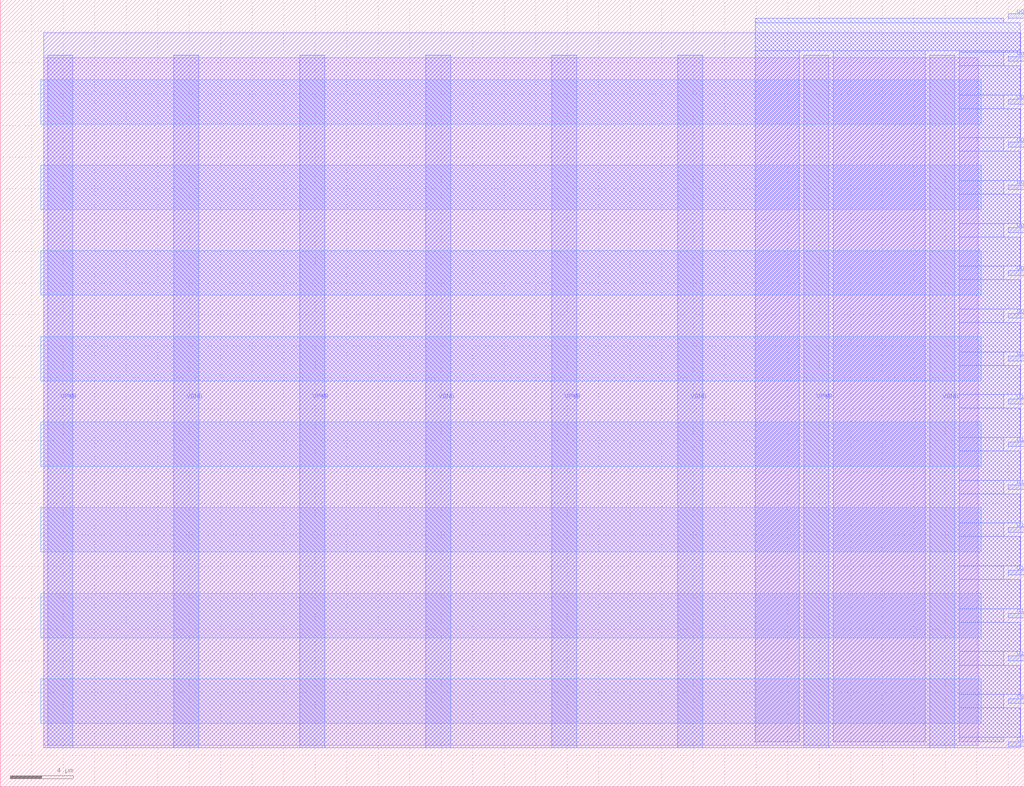
<source format=lef>
VERSION 5.7 ;
  NOWIREEXTENSIONATPIN ON ;
  DIVIDERCHAR "/" ;
  BUSBITCHARS "[]" ;
MACRO tt_um_wokwi_408272151035187201
  CLASS BLOCK ;
  FOREIGN tt_um_wokwi_408272151035187201 ;
  ORIGIN 0.000 0.000 ;
  SIZE 65.000 BY 50.000 ;
  PIN VGND
    DIRECTION INOUT ;
    USE GROUND ;
    PORT
      LAYER met2 ;
        RECT 11.000 2.480 12.600 46.480 ;
    END
    PORT
      LAYER met2 ;
        RECT 27.000 2.480 28.600 46.480 ;
    END
    PORT
      LAYER met2 ;
        RECT 43.000 2.480 44.600 46.480 ;
    END
    PORT
      LAYER met2 ;
        RECT 59.000 2.480 60.600 46.480 ;
    END
  END VGND
  PIN VPWR
    DIRECTION INOUT ;
    USE POWER ;
    PORT
      LAYER met2 ;
        RECT 3.000 2.480 4.600 46.480 ;
    END
    PORT
      LAYER met2 ;
        RECT 19.000 2.480 20.600 46.480 ;
    END
    PORT
      LAYER met2 ;
        RECT 35.000 2.480 36.600 46.480 ;
    END
    PORT
      LAYER met2 ;
        RECT 51.000 2.480 52.600 46.480 ;
    END
  END VPWR
  PIN clk
    DIRECTION INPUT ;
    USE SIGNAL ;
    ANTENNAGATEAREA 0.852000 ;
    PORT
      LAYER met2 ;
        RECT 64.000 2.570 65.000 2.870 ;
    END
  END clk
  PIN rst_n
    DIRECTION INPUT ;
    USE SIGNAL ;
    ANTENNAGATEAREA 0.196500 ;
    PORT
      LAYER met2 ;
        RECT 64.000 5.290 65.000 5.590 ;
    END
  END rst_n
  PIN ui_in[0]
    DIRECTION INPUT ;
    USE SIGNAL ;
    ANTENNAGATEAREA 0.196500 ;
    PORT
      LAYER met2 ;
        RECT 64.000 8.010 65.000 8.310 ;
    END
  END ui_in[0]
  PIN ui_in[1]
    DIRECTION INPUT ;
    USE SIGNAL ;
    ANTENNAGATEAREA 0.196500 ;
    PORT
      LAYER met2 ;
        RECT 64.000 10.730 65.000 11.030 ;
    END
  END ui_in[1]
  PIN ui_in[2]
    DIRECTION INPUT ;
    USE SIGNAL ;
    ANTENNAGATEAREA 0.196500 ;
    PORT
      LAYER met2 ;
        RECT 64.000 13.450 65.000 13.750 ;
    END
  END ui_in[2]
  PIN ui_in[3]
    DIRECTION INPUT ;
    USE SIGNAL ;
    ANTENNAGATEAREA 0.196500 ;
    PORT
      LAYER met2 ;
        RECT 64.000 16.170 65.000 16.470 ;
    END
  END ui_in[3]
  PIN ui_in[4]
    DIRECTION INPUT ;
    USE SIGNAL ;
    ANTENNAGATEAREA 0.196500 ;
    PORT
      LAYER met2 ;
        RECT 64.000 18.890 65.000 19.190 ;
    END
  END ui_in[4]
  PIN ui_in[5]
    DIRECTION INPUT ;
    USE SIGNAL ;
    ANTENNAGATEAREA 0.196500 ;
    PORT
      LAYER met2 ;
        RECT 64.000 21.610 65.000 21.910 ;
    END
  END ui_in[5]
  PIN ui_in[6]
    DIRECTION INPUT ;
    USE SIGNAL ;
    ANTENNAGATEAREA 0.196500 ;
    PORT
      LAYER met2 ;
        RECT 64.000 24.330 65.000 24.630 ;
    END
  END ui_in[6]
  PIN ui_in[7]
    DIRECTION INPUT ;
    USE SIGNAL ;
    ANTENNAGATEAREA 0.196500 ;
    PORT
      LAYER met2 ;
        RECT 64.000 27.050 65.000 27.350 ;
    END
  END ui_in[7]
  PIN uo_out[0]
    DIRECTION OUTPUT ;
    USE SIGNAL ;
    ANTENNADIFFAREA 0.445500 ;
    PORT
      LAYER met2 ;
        RECT 64.000 29.770 65.000 30.070 ;
    END
  END uo_out[0]
  PIN uo_out[1]
    DIRECTION OUTPUT ;
    USE SIGNAL ;
    ANTENNADIFFAREA 0.795200 ;
    PORT
      LAYER met2 ;
        RECT 64.000 32.490 65.000 32.790 ;
    END
  END uo_out[1]
  PIN uo_out[2]
    DIRECTION OUTPUT ;
    USE SIGNAL ;
    ANTENNADIFFAREA 0.795200 ;
    PORT
      LAYER met2 ;
        RECT 64.000 35.210 65.000 35.510 ;
    END
  END uo_out[2]
  PIN uo_out[3]
    DIRECTION OUTPUT ;
    USE SIGNAL ;
    ANTENNADIFFAREA 0.795200 ;
    PORT
      LAYER met2 ;
        RECT 64.000 37.930 65.000 38.230 ;
    END
  END uo_out[3]
  PIN uo_out[4]
    DIRECTION OUTPUT ;
    USE SIGNAL ;
    ANTENNADIFFAREA 0.795200 ;
    PORT
      LAYER met2 ;
        RECT 64.000 40.650 65.000 40.950 ;
    END
  END uo_out[4]
  PIN uo_out[5]
    DIRECTION OUTPUT ;
    USE SIGNAL ;
    ANTENNADIFFAREA 0.795200 ;
    PORT
      LAYER met2 ;
        RECT 64.000 43.370 65.000 43.670 ;
    END
  END uo_out[5]
  PIN uo_out[6]
    DIRECTION OUTPUT ;
    USE SIGNAL ;
    ANTENNADIFFAREA 0.795200 ;
    PORT
      LAYER met2 ;
        RECT 64.000 46.090 65.000 46.390 ;
    END
  END uo_out[6]
  PIN uo_out[7]
    DIRECTION OUTPUT ;
    USE SIGNAL ;
    ANTENNADIFFAREA 0.795200 ;
    PORT
      LAYER met2 ;
        RECT 64.000 48.810 65.000 49.110 ;
    END
  END uo_out[7]
  OBS
      LAYER nwell ;
        RECT 2.570 42.105 62.290 44.935 ;
        RECT 2.570 36.665 62.290 39.495 ;
        RECT 2.570 31.225 62.290 34.055 ;
        RECT 2.570 25.785 62.290 28.615 ;
        RECT 2.570 20.345 62.290 23.175 ;
        RECT 2.570 14.905 62.290 17.735 ;
        RECT 2.570 9.465 62.290 12.295 ;
        RECT 2.570 4.025 62.290 6.855 ;
      LAYER li1 ;
        RECT 2.760 2.635 62.100 46.325 ;
      LAYER met1 ;
        RECT 2.760 2.480 64.790 47.900 ;
      LAYER met2 ;
        RECT 47.940 48.530 63.720 48.810 ;
        RECT 47.940 46.760 64.760 48.530 ;
        RECT 47.940 2.870 50.720 46.760 ;
        RECT 52.880 2.870 58.720 46.760 ;
        RECT 60.880 46.670 64.760 46.760 ;
        RECT 60.880 45.810 63.720 46.670 ;
        RECT 60.880 43.950 64.760 45.810 ;
        RECT 60.880 43.090 63.720 43.950 ;
        RECT 60.880 41.230 64.760 43.090 ;
        RECT 60.880 40.370 63.720 41.230 ;
        RECT 60.880 38.510 64.760 40.370 ;
        RECT 60.880 37.650 63.720 38.510 ;
        RECT 60.880 35.790 64.760 37.650 ;
        RECT 60.880 34.930 63.720 35.790 ;
        RECT 60.880 33.070 64.760 34.930 ;
        RECT 60.880 32.210 63.720 33.070 ;
        RECT 60.880 30.350 64.760 32.210 ;
        RECT 60.880 29.490 63.720 30.350 ;
        RECT 60.880 27.630 64.760 29.490 ;
        RECT 60.880 26.770 63.720 27.630 ;
        RECT 60.880 24.910 64.760 26.770 ;
        RECT 60.880 24.050 63.720 24.910 ;
        RECT 60.880 22.190 64.760 24.050 ;
        RECT 60.880 21.330 63.720 22.190 ;
        RECT 60.880 19.470 64.760 21.330 ;
        RECT 60.880 18.610 63.720 19.470 ;
        RECT 60.880 16.750 64.760 18.610 ;
        RECT 60.880 15.890 63.720 16.750 ;
        RECT 60.880 14.030 64.760 15.890 ;
        RECT 60.880 13.170 63.720 14.030 ;
        RECT 60.880 11.310 64.760 13.170 ;
        RECT 60.880 10.450 63.720 11.310 ;
        RECT 60.880 8.590 64.760 10.450 ;
        RECT 60.880 7.730 63.720 8.590 ;
        RECT 60.880 5.870 64.760 7.730 ;
        RECT 60.880 5.010 63.720 5.870 ;
        RECT 60.880 3.150 64.760 5.010 ;
        RECT 60.880 2.870 63.720 3.150 ;
  END
END tt_um_wokwi_408272151035187201
END LIBRARY


</source>
